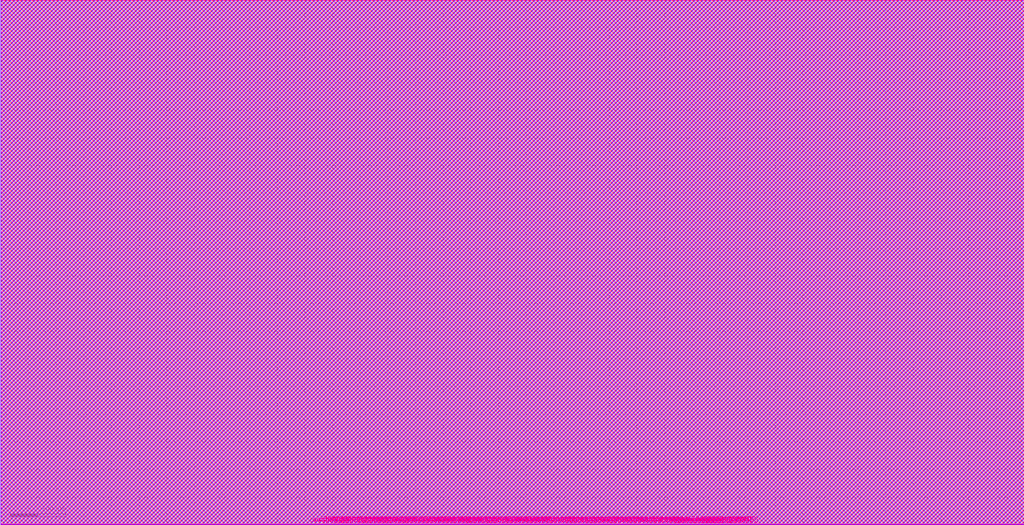
<source format=lef>
##
## LEF for PtnCells ;
## created by Innovus v15.23-s045_1 on Fri Mar 21 07:41:05 2025
##

VERSION 5.8 ;

BUSBITCHARS "[]" ;
DIVIDERCHAR "/" ;

MACRO core
  CLASS BLOCK ;
  SIZE 1850.0000 BY 950.0000 ;
  FOREIGN core 0.0000 0.0000 ;
  ORIGIN 0 0 ;
  SYMMETRY X Y R90 ;
  PIN clk
    DIRECTION INPUT ;
    USE SIGNAL ;
    PORT
      LAYER M6 ;
        RECT 760.8500 949.4000 760.9500 950.0000 ;
    END
  END clk
  PIN sum_out[23]
    DIRECTION OUTPUT ;
    USE SIGNAL ;
    PORT
      LAYER M6 ;
        RECT 1290.8500 0.0000 1290.9500 0.6000 ;
    END
  END sum_out[23]
  PIN sum_out[22]
    DIRECTION OUTPUT ;
    USE SIGNAL ;
    PORT
      LAYER M6 ;
        RECT 1286.8500 0.0000 1286.9500 0.6000 ;
    END
  END sum_out[22]
  PIN sum_out[21]
    DIRECTION OUTPUT ;
    USE SIGNAL ;
    PORT
      LAYER M6 ;
        RECT 1282.8500 0.0000 1282.9500 0.6000 ;
    END
  END sum_out[21]
  PIN sum_out[20]
    DIRECTION OUTPUT ;
    USE SIGNAL ;
    PORT
      LAYER M6 ;
        RECT 1278.8500 0.0000 1278.9500 0.6000 ;
    END
  END sum_out[20]
  PIN sum_out[19]
    DIRECTION OUTPUT ;
    USE SIGNAL ;
    PORT
      LAYER M6 ;
        RECT 1274.8500 0.0000 1274.9500 0.6000 ;
    END
  END sum_out[19]
  PIN sum_out[18]
    DIRECTION OUTPUT ;
    USE SIGNAL ;
    PORT
      LAYER M6 ;
        RECT 1270.8500 0.0000 1270.9500 0.6000 ;
    END
  END sum_out[18]
  PIN sum_out[17]
    DIRECTION OUTPUT ;
    USE SIGNAL ;
    PORT
      LAYER M6 ;
        RECT 1266.8500 0.0000 1266.9500 0.6000 ;
    END
  END sum_out[17]
  PIN sum_out[16]
    DIRECTION OUTPUT ;
    USE SIGNAL ;
    PORT
      LAYER M6 ;
        RECT 1262.8500 0.0000 1262.9500 0.6000 ;
    END
  END sum_out[16]
  PIN sum_out[15]
    DIRECTION OUTPUT ;
    USE SIGNAL ;
    PORT
      LAYER M6 ;
        RECT 1258.8500 0.0000 1258.9500 0.6000 ;
    END
  END sum_out[15]
  PIN sum_out[14]
    DIRECTION OUTPUT ;
    USE SIGNAL ;
    PORT
      LAYER M6 ;
        RECT 1254.8500 0.0000 1254.9500 0.6000 ;
    END
  END sum_out[14]
  PIN sum_out[13]
    DIRECTION OUTPUT ;
    USE SIGNAL ;
    PORT
      LAYER M6 ;
        RECT 1250.8500 0.0000 1250.9500 0.6000 ;
    END
  END sum_out[13]
  PIN sum_out[12]
    DIRECTION OUTPUT ;
    USE SIGNAL ;
    PORT
      LAYER M6 ;
        RECT 1246.8500 0.0000 1246.9500 0.6000 ;
    END
  END sum_out[12]
  PIN sum_out[11]
    DIRECTION OUTPUT ;
    USE SIGNAL ;
    PORT
      LAYER M6 ;
        RECT 1242.8500 0.0000 1242.9500 0.6000 ;
    END
  END sum_out[11]
  PIN sum_out[10]
    DIRECTION OUTPUT ;
    USE SIGNAL ;
    PORT
      LAYER M6 ;
        RECT 1238.8500 0.0000 1238.9500 0.6000 ;
    END
  END sum_out[10]
  PIN sum_out[9]
    DIRECTION OUTPUT ;
    USE SIGNAL ;
    PORT
      LAYER M6 ;
        RECT 1234.8500 0.0000 1234.9500 0.6000 ;
    END
  END sum_out[9]
  PIN sum_out[8]
    DIRECTION OUTPUT ;
    USE SIGNAL ;
    PORT
      LAYER M6 ;
        RECT 1230.8500 0.0000 1230.9500 0.6000 ;
    END
  END sum_out[8]
  PIN sum_out[7]
    DIRECTION OUTPUT ;
    USE SIGNAL ;
    PORT
      LAYER M6 ;
        RECT 1226.8500 0.0000 1226.9500 0.6000 ;
    END
  END sum_out[7]
  PIN sum_out[6]
    DIRECTION OUTPUT ;
    USE SIGNAL ;
    PORT
      LAYER M6 ;
        RECT 1222.8500 0.0000 1222.9500 0.6000 ;
    END
  END sum_out[6]
  PIN sum_out[5]
    DIRECTION OUTPUT ;
    USE SIGNAL ;
    PORT
      LAYER M6 ;
        RECT 1218.8500 0.0000 1218.9500 0.6000 ;
    END
  END sum_out[5]
  PIN sum_out[4]
    DIRECTION OUTPUT ;
    USE SIGNAL ;
    PORT
      LAYER M6 ;
        RECT 1214.8500 0.0000 1214.9500 0.6000 ;
    END
  END sum_out[4]
  PIN sum_out[3]
    DIRECTION OUTPUT ;
    USE SIGNAL ;
    PORT
      LAYER M6 ;
        RECT 1210.8500 0.0000 1210.9500 0.6000 ;
    END
  END sum_out[3]
  PIN sum_out[2]
    DIRECTION OUTPUT ;
    USE SIGNAL ;
    PORT
      LAYER M6 ;
        RECT 1206.8500 0.0000 1206.9500 0.6000 ;
    END
  END sum_out[2]
  PIN sum_out[1]
    DIRECTION OUTPUT ;
    USE SIGNAL ;
    PORT
      LAYER M6 ;
        RECT 1202.8500 0.0000 1202.9500 0.6000 ;
    END
  END sum_out[1]
  PIN sum_out[0]
    DIRECTION OUTPUT ;
    USE SIGNAL ;
    PORT
      LAYER M6 ;
        RECT 1198.8500 0.0000 1198.9500 0.6000 ;
    END
  END sum_out[0]
  PIN mem_in[63]
    DIRECTION INPUT ;
    USE SIGNAL ;
    PORT
      LAYER M6 ;
        RECT 1084.8500 949.4000 1084.9500 950.0000 ;
    END
  END mem_in[63]
  PIN mem_in[62]
    DIRECTION INPUT ;
    USE SIGNAL ;
    PORT
      LAYER M6 ;
        RECT 1080.8500 949.4000 1080.9500 950.0000 ;
    END
  END mem_in[62]
  PIN mem_in[61]
    DIRECTION INPUT ;
    USE SIGNAL ;
    PORT
      LAYER M6 ;
        RECT 1076.8500 949.4000 1076.9500 950.0000 ;
    END
  END mem_in[61]
  PIN mem_in[60]
    DIRECTION INPUT ;
    USE SIGNAL ;
    PORT
      LAYER M6 ;
        RECT 1072.8500 949.4000 1072.9500 950.0000 ;
    END
  END mem_in[60]
  PIN mem_in[59]
    DIRECTION INPUT ;
    USE SIGNAL ;
    PORT
      LAYER M6 ;
        RECT 1068.8500 949.4000 1068.9500 950.0000 ;
    END
  END mem_in[59]
  PIN mem_in[58]
    DIRECTION INPUT ;
    USE SIGNAL ;
    PORT
      LAYER M6 ;
        RECT 1064.8500 949.4000 1064.9500 950.0000 ;
    END
  END mem_in[58]
  PIN mem_in[57]
    DIRECTION INPUT ;
    USE SIGNAL ;
    PORT
      LAYER M6 ;
        RECT 1060.8500 949.4000 1060.9500 950.0000 ;
    END
  END mem_in[57]
  PIN mem_in[56]
    DIRECTION INPUT ;
    USE SIGNAL ;
    PORT
      LAYER M6 ;
        RECT 1056.8500 949.4000 1056.9500 950.0000 ;
    END
  END mem_in[56]
  PIN mem_in[55]
    DIRECTION INPUT ;
    USE SIGNAL ;
    PORT
      LAYER M6 ;
        RECT 1052.8500 949.4000 1052.9500 950.0000 ;
    END
  END mem_in[55]
  PIN mem_in[54]
    DIRECTION INPUT ;
    USE SIGNAL ;
    PORT
      LAYER M6 ;
        RECT 1048.8500 949.4000 1048.9500 950.0000 ;
    END
  END mem_in[54]
  PIN mem_in[53]
    DIRECTION INPUT ;
    USE SIGNAL ;
    PORT
      LAYER M6 ;
        RECT 1044.8500 949.4000 1044.9500 950.0000 ;
    END
  END mem_in[53]
  PIN mem_in[52]
    DIRECTION INPUT ;
    USE SIGNAL ;
    PORT
      LAYER M6 ;
        RECT 1040.8500 949.4000 1040.9500 950.0000 ;
    END
  END mem_in[52]
  PIN mem_in[51]
    DIRECTION INPUT ;
    USE SIGNAL ;
    PORT
      LAYER M6 ;
        RECT 1036.8500 949.4000 1036.9500 950.0000 ;
    END
  END mem_in[51]
  PIN mem_in[50]
    DIRECTION INPUT ;
    USE SIGNAL ;
    PORT
      LAYER M6 ;
        RECT 1032.8500 949.4000 1032.9500 950.0000 ;
    END
  END mem_in[50]
  PIN mem_in[49]
    DIRECTION INPUT ;
    USE SIGNAL ;
    PORT
      LAYER M6 ;
        RECT 1028.8500 949.4000 1028.9500 950.0000 ;
    END
  END mem_in[49]
  PIN mem_in[48]
    DIRECTION INPUT ;
    USE SIGNAL ;
    PORT
      LAYER M6 ;
        RECT 1024.8500 949.4000 1024.9500 950.0000 ;
    END
  END mem_in[48]
  PIN mem_in[47]
    DIRECTION INPUT ;
    USE SIGNAL ;
    PORT
      LAYER M6 ;
        RECT 1020.8500 949.4000 1020.9500 950.0000 ;
    END
  END mem_in[47]
  PIN mem_in[46]
    DIRECTION INPUT ;
    USE SIGNAL ;
    PORT
      LAYER M6 ;
        RECT 1016.8500 949.4000 1016.9500 950.0000 ;
    END
  END mem_in[46]
  PIN mem_in[45]
    DIRECTION INPUT ;
    USE SIGNAL ;
    PORT
      LAYER M6 ;
        RECT 1012.8500 949.4000 1012.9500 950.0000 ;
    END
  END mem_in[45]
  PIN mem_in[44]
    DIRECTION INPUT ;
    USE SIGNAL ;
    PORT
      LAYER M6 ;
        RECT 1008.8500 949.4000 1008.9500 950.0000 ;
    END
  END mem_in[44]
  PIN mem_in[43]
    DIRECTION INPUT ;
    USE SIGNAL ;
    PORT
      LAYER M6 ;
        RECT 1004.8500 949.4000 1004.9500 950.0000 ;
    END
  END mem_in[43]
  PIN mem_in[42]
    DIRECTION INPUT ;
    USE SIGNAL ;
    PORT
      LAYER M6 ;
        RECT 1000.8500 949.4000 1000.9500 950.0000 ;
    END
  END mem_in[42]
  PIN mem_in[41]
    DIRECTION INPUT ;
    USE SIGNAL ;
    PORT
      LAYER M6 ;
        RECT 996.8500 949.4000 996.9500 950.0000 ;
    END
  END mem_in[41]
  PIN mem_in[40]
    DIRECTION INPUT ;
    USE SIGNAL ;
    PORT
      LAYER M6 ;
        RECT 992.8500 949.4000 992.9500 950.0000 ;
    END
  END mem_in[40]
  PIN mem_in[39]
    DIRECTION INPUT ;
    USE SIGNAL ;
    PORT
      LAYER M6 ;
        RECT 988.8500 949.4000 988.9500 950.0000 ;
    END
  END mem_in[39]
  PIN mem_in[38]
    DIRECTION INPUT ;
    USE SIGNAL ;
    PORT
      LAYER M6 ;
        RECT 984.8500 949.4000 984.9500 950.0000 ;
    END
  END mem_in[38]
  PIN mem_in[37]
    DIRECTION INPUT ;
    USE SIGNAL ;
    PORT
      LAYER M6 ;
        RECT 980.8500 949.4000 980.9500 950.0000 ;
    END
  END mem_in[37]
  PIN mem_in[36]
    DIRECTION INPUT ;
    USE SIGNAL ;
    PORT
      LAYER M6 ;
        RECT 976.8500 949.4000 976.9500 950.0000 ;
    END
  END mem_in[36]
  PIN mem_in[35]
    DIRECTION INPUT ;
    USE SIGNAL ;
    PORT
      LAYER M6 ;
        RECT 972.8500 949.4000 972.9500 950.0000 ;
    END
  END mem_in[35]
  PIN mem_in[34]
    DIRECTION INPUT ;
    USE SIGNAL ;
    PORT
      LAYER M6 ;
        RECT 968.8500 949.4000 968.9500 950.0000 ;
    END
  END mem_in[34]
  PIN mem_in[33]
    DIRECTION INPUT ;
    USE SIGNAL ;
    PORT
      LAYER M6 ;
        RECT 964.8500 949.4000 964.9500 950.0000 ;
    END
  END mem_in[33]
  PIN mem_in[32]
    DIRECTION INPUT ;
    USE SIGNAL ;
    PORT
      LAYER M6 ;
        RECT 960.8500 949.4000 960.9500 950.0000 ;
    END
  END mem_in[32]
  PIN mem_in[31]
    DIRECTION INPUT ;
    USE SIGNAL ;
    PORT
      LAYER M6 ;
        RECT 956.8500 949.4000 956.9500 950.0000 ;
    END
  END mem_in[31]
  PIN mem_in[30]
    DIRECTION INPUT ;
    USE SIGNAL ;
    PORT
      LAYER M6 ;
        RECT 952.8500 949.4000 952.9500 950.0000 ;
    END
  END mem_in[30]
  PIN mem_in[29]
    DIRECTION INPUT ;
    USE SIGNAL ;
    PORT
      LAYER M6 ;
        RECT 948.8500 949.4000 948.9500 950.0000 ;
    END
  END mem_in[29]
  PIN mem_in[28]
    DIRECTION INPUT ;
    USE SIGNAL ;
    PORT
      LAYER M6 ;
        RECT 944.8500 949.4000 944.9500 950.0000 ;
    END
  END mem_in[28]
  PIN mem_in[27]
    DIRECTION INPUT ;
    USE SIGNAL ;
    PORT
      LAYER M6 ;
        RECT 940.8500 949.4000 940.9500 950.0000 ;
    END
  END mem_in[27]
  PIN mem_in[26]
    DIRECTION INPUT ;
    USE SIGNAL ;
    PORT
      LAYER M6 ;
        RECT 936.8500 949.4000 936.9500 950.0000 ;
    END
  END mem_in[26]
  PIN mem_in[25]
    DIRECTION INPUT ;
    USE SIGNAL ;
    PORT
      LAYER M6 ;
        RECT 932.8500 949.4000 932.9500 950.0000 ;
    END
  END mem_in[25]
  PIN mem_in[24]
    DIRECTION INPUT ;
    USE SIGNAL ;
    PORT
      LAYER M6 ;
        RECT 928.8500 949.4000 928.9500 950.0000 ;
    END
  END mem_in[24]
  PIN mem_in[23]
    DIRECTION INPUT ;
    USE SIGNAL ;
    PORT
      LAYER M6 ;
        RECT 924.8500 949.4000 924.9500 950.0000 ;
    END
  END mem_in[23]
  PIN mem_in[22]
    DIRECTION INPUT ;
    USE SIGNAL ;
    PORT
      LAYER M6 ;
        RECT 920.8500 949.4000 920.9500 950.0000 ;
    END
  END mem_in[22]
  PIN mem_in[21]
    DIRECTION INPUT ;
    USE SIGNAL ;
    PORT
      LAYER M6 ;
        RECT 916.8500 949.4000 916.9500 950.0000 ;
    END
  END mem_in[21]
  PIN mem_in[20]
    DIRECTION INPUT ;
    USE SIGNAL ;
    PORT
      LAYER M6 ;
        RECT 912.8500 949.4000 912.9500 950.0000 ;
    END
  END mem_in[20]
  PIN mem_in[19]
    DIRECTION INPUT ;
    USE SIGNAL ;
    PORT
      LAYER M6 ;
        RECT 908.8500 949.4000 908.9500 950.0000 ;
    END
  END mem_in[19]
  PIN mem_in[18]
    DIRECTION INPUT ;
    USE SIGNAL ;
    PORT
      LAYER M6 ;
        RECT 904.8500 949.4000 904.9500 950.0000 ;
    END
  END mem_in[18]
  PIN mem_in[17]
    DIRECTION INPUT ;
    USE SIGNAL ;
    PORT
      LAYER M6 ;
        RECT 900.8500 949.4000 900.9500 950.0000 ;
    END
  END mem_in[17]
  PIN mem_in[16]
    DIRECTION INPUT ;
    USE SIGNAL ;
    PORT
      LAYER M6 ;
        RECT 896.8500 949.4000 896.9500 950.0000 ;
    END
  END mem_in[16]
  PIN mem_in[15]
    DIRECTION INPUT ;
    USE SIGNAL ;
    PORT
      LAYER M6 ;
        RECT 892.8500 949.4000 892.9500 950.0000 ;
    END
  END mem_in[15]
  PIN mem_in[14]
    DIRECTION INPUT ;
    USE SIGNAL ;
    PORT
      LAYER M6 ;
        RECT 888.8500 949.4000 888.9500 950.0000 ;
    END
  END mem_in[14]
  PIN mem_in[13]
    DIRECTION INPUT ;
    USE SIGNAL ;
    PORT
      LAYER M6 ;
        RECT 884.8500 949.4000 884.9500 950.0000 ;
    END
  END mem_in[13]
  PIN mem_in[12]
    DIRECTION INPUT ;
    USE SIGNAL ;
    PORT
      LAYER M6 ;
        RECT 880.8500 949.4000 880.9500 950.0000 ;
    END
  END mem_in[12]
  PIN mem_in[11]
    DIRECTION INPUT ;
    USE SIGNAL ;
    PORT
      LAYER M6 ;
        RECT 876.8500 949.4000 876.9500 950.0000 ;
    END
  END mem_in[11]
  PIN mem_in[10]
    DIRECTION INPUT ;
    USE SIGNAL ;
    PORT
      LAYER M6 ;
        RECT 872.8500 949.4000 872.9500 950.0000 ;
    END
  END mem_in[10]
  PIN mem_in[9]
    DIRECTION INPUT ;
    USE SIGNAL ;
    PORT
      LAYER M6 ;
        RECT 868.8500 949.4000 868.9500 950.0000 ;
    END
  END mem_in[9]
  PIN mem_in[8]
    DIRECTION INPUT ;
    USE SIGNAL ;
    PORT
      LAYER M6 ;
        RECT 864.8500 949.4000 864.9500 950.0000 ;
    END
  END mem_in[8]
  PIN mem_in[7]
    DIRECTION INPUT ;
    USE SIGNAL ;
    PORT
      LAYER M6 ;
        RECT 860.8500 949.4000 860.9500 950.0000 ;
    END
  END mem_in[7]
  PIN mem_in[6]
    DIRECTION INPUT ;
    USE SIGNAL ;
    PORT
      LAYER M6 ;
        RECT 856.8500 949.4000 856.9500 950.0000 ;
    END
  END mem_in[6]
  PIN mem_in[5]
    DIRECTION INPUT ;
    USE SIGNAL ;
    PORT
      LAYER M6 ;
        RECT 852.8500 949.4000 852.9500 950.0000 ;
    END
  END mem_in[5]
  PIN mem_in[4]
    DIRECTION INPUT ;
    USE SIGNAL ;
    PORT
      LAYER M6 ;
        RECT 848.8500 949.4000 848.9500 950.0000 ;
    END
  END mem_in[4]
  PIN mem_in[3]
    DIRECTION INPUT ;
    USE SIGNAL ;
    PORT
      LAYER M6 ;
        RECT 844.8500 949.4000 844.9500 950.0000 ;
    END
  END mem_in[3]
  PIN mem_in[2]
    DIRECTION INPUT ;
    USE SIGNAL ;
    PORT
      LAYER M6 ;
        RECT 840.8500 949.4000 840.9500 950.0000 ;
    END
  END mem_in[2]
  PIN mem_in[1]
    DIRECTION INPUT ;
    USE SIGNAL ;
    PORT
      LAYER M6 ;
        RECT 836.8500 949.4000 836.9500 950.0000 ;
    END
  END mem_in[1]
  PIN mem_in[0]
    DIRECTION INPUT ;
    USE SIGNAL ;
    PORT
      LAYER M6 ;
        RECT 832.8500 949.4000 832.9500 950.0000 ;
    END
  END mem_in[0]
  PIN out[159]
    DIRECTION OUTPUT ;
    USE SIGNAL ;
    PORT
      LAYER M6 ;
        RECT 1194.8500 0.0000 1194.9500 0.6000 ;
    END
  END out[159]
  PIN out[158]
    DIRECTION OUTPUT ;
    USE SIGNAL ;
    PORT
      LAYER M6 ;
        RECT 1190.8500 0.0000 1190.9500 0.6000 ;
    END
  END out[158]
  PIN out[157]
    DIRECTION OUTPUT ;
    USE SIGNAL ;
    PORT
      LAYER M6 ;
        RECT 1186.8500 0.0000 1186.9500 0.6000 ;
    END
  END out[157]
  PIN out[156]
    DIRECTION OUTPUT ;
    USE SIGNAL ;
    PORT
      LAYER M6 ;
        RECT 1182.8500 0.0000 1182.9500 0.6000 ;
    END
  END out[156]
  PIN out[155]
    DIRECTION OUTPUT ;
    USE SIGNAL ;
    PORT
      LAYER M6 ;
        RECT 1178.8500 0.0000 1178.9500 0.6000 ;
    END
  END out[155]
  PIN out[154]
    DIRECTION OUTPUT ;
    USE SIGNAL ;
    PORT
      LAYER M6 ;
        RECT 1174.8500 0.0000 1174.9500 0.6000 ;
    END
  END out[154]
  PIN out[153]
    DIRECTION OUTPUT ;
    USE SIGNAL ;
    PORT
      LAYER M6 ;
        RECT 1170.8500 0.0000 1170.9500 0.6000 ;
    END
  END out[153]
  PIN out[152]
    DIRECTION OUTPUT ;
    USE SIGNAL ;
    PORT
      LAYER M6 ;
        RECT 1166.8500 0.0000 1166.9500 0.6000 ;
    END
  END out[152]
  PIN out[151]
    DIRECTION OUTPUT ;
    USE SIGNAL ;
    PORT
      LAYER M6 ;
        RECT 1162.8500 0.0000 1162.9500 0.6000 ;
    END
  END out[151]
  PIN out[150]
    DIRECTION OUTPUT ;
    USE SIGNAL ;
    PORT
      LAYER M6 ;
        RECT 1158.8500 0.0000 1158.9500 0.6000 ;
    END
  END out[150]
  PIN out[149]
    DIRECTION OUTPUT ;
    USE SIGNAL ;
    PORT
      LAYER M6 ;
        RECT 1154.8500 0.0000 1154.9500 0.6000 ;
    END
  END out[149]
  PIN out[148]
    DIRECTION OUTPUT ;
    USE SIGNAL ;
    PORT
      LAYER M6 ;
        RECT 1150.8500 0.0000 1150.9500 0.6000 ;
    END
  END out[148]
  PIN out[147]
    DIRECTION OUTPUT ;
    USE SIGNAL ;
    PORT
      LAYER M6 ;
        RECT 1146.8500 0.0000 1146.9500 0.6000 ;
    END
  END out[147]
  PIN out[146]
    DIRECTION OUTPUT ;
    USE SIGNAL ;
    PORT
      LAYER M6 ;
        RECT 1142.8500 0.0000 1142.9500 0.6000 ;
    END
  END out[146]
  PIN out[145]
    DIRECTION OUTPUT ;
    USE SIGNAL ;
    PORT
      LAYER M6 ;
        RECT 1138.8500 0.0000 1138.9500 0.6000 ;
    END
  END out[145]
  PIN out[144]
    DIRECTION OUTPUT ;
    USE SIGNAL ;
    PORT
      LAYER M6 ;
        RECT 1134.8500 0.0000 1134.9500 0.6000 ;
    END
  END out[144]
  PIN out[143]
    DIRECTION OUTPUT ;
    USE SIGNAL ;
    PORT
      LAYER M6 ;
        RECT 1130.8500 0.0000 1130.9500 0.6000 ;
    END
  END out[143]
  PIN out[142]
    DIRECTION OUTPUT ;
    USE SIGNAL ;
    PORT
      LAYER M6 ;
        RECT 1126.8500 0.0000 1126.9500 0.6000 ;
    END
  END out[142]
  PIN out[141]
    DIRECTION OUTPUT ;
    USE SIGNAL ;
    PORT
      LAYER M6 ;
        RECT 1122.8500 0.0000 1122.9500 0.6000 ;
    END
  END out[141]
  PIN out[140]
    DIRECTION OUTPUT ;
    USE SIGNAL ;
    PORT
      LAYER M6 ;
        RECT 1118.8500 0.0000 1118.9500 0.6000 ;
    END
  END out[140]
  PIN out[139]
    DIRECTION OUTPUT ;
    USE SIGNAL ;
    PORT
      LAYER M6 ;
        RECT 1114.8500 0.0000 1114.9500 0.6000 ;
    END
  END out[139]
  PIN out[138]
    DIRECTION OUTPUT ;
    USE SIGNAL ;
    PORT
      LAYER M6 ;
        RECT 1110.8500 0.0000 1110.9500 0.6000 ;
    END
  END out[138]
  PIN out[137]
    DIRECTION OUTPUT ;
    USE SIGNAL ;
    PORT
      LAYER M6 ;
        RECT 1106.8500 0.0000 1106.9500 0.6000 ;
    END
  END out[137]
  PIN out[136]
    DIRECTION OUTPUT ;
    USE SIGNAL ;
    PORT
      LAYER M6 ;
        RECT 1102.8500 0.0000 1102.9500 0.6000 ;
    END
  END out[136]
  PIN out[135]
    DIRECTION OUTPUT ;
    USE SIGNAL ;
    PORT
      LAYER M6 ;
        RECT 1098.8500 0.0000 1098.9500 0.6000 ;
    END
  END out[135]
  PIN out[134]
    DIRECTION OUTPUT ;
    USE SIGNAL ;
    PORT
      LAYER M6 ;
        RECT 1094.8500 0.0000 1094.9500 0.6000 ;
    END
  END out[134]
  PIN out[133]
    DIRECTION OUTPUT ;
    USE SIGNAL ;
    PORT
      LAYER M6 ;
        RECT 1090.8500 0.0000 1090.9500 0.6000 ;
    END
  END out[133]
  PIN out[132]
    DIRECTION OUTPUT ;
    USE SIGNAL ;
    PORT
      LAYER M6 ;
        RECT 1086.8500 0.0000 1086.9500 0.6000 ;
    END
  END out[132]
  PIN out[131]
    DIRECTION OUTPUT ;
    USE SIGNAL ;
    PORT
      LAYER M6 ;
        RECT 1082.8500 0.0000 1082.9500 0.6000 ;
    END
  END out[131]
  PIN out[130]
    DIRECTION OUTPUT ;
    USE SIGNAL ;
    PORT
      LAYER M6 ;
        RECT 1078.8500 0.0000 1078.9500 0.6000 ;
    END
  END out[130]
  PIN out[129]
    DIRECTION OUTPUT ;
    USE SIGNAL ;
    PORT
      LAYER M6 ;
        RECT 1074.8500 0.0000 1074.9500 0.6000 ;
    END
  END out[129]
  PIN out[128]
    DIRECTION OUTPUT ;
    USE SIGNAL ;
    PORT
      LAYER M6 ;
        RECT 1070.8500 0.0000 1070.9500 0.6000 ;
    END
  END out[128]
  PIN out[127]
    DIRECTION OUTPUT ;
    USE SIGNAL ;
    PORT
      LAYER M6 ;
        RECT 1066.8500 0.0000 1066.9500 0.6000 ;
    END
  END out[127]
  PIN out[126]
    DIRECTION OUTPUT ;
    USE SIGNAL ;
    PORT
      LAYER M6 ;
        RECT 1062.8500 0.0000 1062.9500 0.6000 ;
    END
  END out[126]
  PIN out[125]
    DIRECTION OUTPUT ;
    USE SIGNAL ;
    PORT
      LAYER M6 ;
        RECT 1058.8500 0.0000 1058.9500 0.6000 ;
    END
  END out[125]
  PIN out[124]
    DIRECTION OUTPUT ;
    USE SIGNAL ;
    PORT
      LAYER M6 ;
        RECT 1054.8500 0.0000 1054.9500 0.6000 ;
    END
  END out[124]
  PIN out[123]
    DIRECTION OUTPUT ;
    USE SIGNAL ;
    PORT
      LAYER M6 ;
        RECT 1050.8500 0.0000 1050.9500 0.6000 ;
    END
  END out[123]
  PIN out[122]
    DIRECTION OUTPUT ;
    USE SIGNAL ;
    PORT
      LAYER M6 ;
        RECT 1046.8500 0.0000 1046.9500 0.6000 ;
    END
  END out[122]
  PIN out[121]
    DIRECTION OUTPUT ;
    USE SIGNAL ;
    PORT
      LAYER M6 ;
        RECT 1042.8500 0.0000 1042.9500 0.6000 ;
    END
  END out[121]
  PIN out[120]
    DIRECTION OUTPUT ;
    USE SIGNAL ;
    PORT
      LAYER M6 ;
        RECT 1038.8500 0.0000 1038.9500 0.6000 ;
    END
  END out[120]
  PIN out[119]
    DIRECTION OUTPUT ;
    USE SIGNAL ;
    PORT
      LAYER M6 ;
        RECT 1034.8500 0.0000 1034.9500 0.6000 ;
    END
  END out[119]
  PIN out[118]
    DIRECTION OUTPUT ;
    USE SIGNAL ;
    PORT
      LAYER M6 ;
        RECT 1030.8500 0.0000 1030.9500 0.6000 ;
    END
  END out[118]
  PIN out[117]
    DIRECTION OUTPUT ;
    USE SIGNAL ;
    PORT
      LAYER M6 ;
        RECT 1026.8500 0.0000 1026.9500 0.6000 ;
    END
  END out[117]
  PIN out[116]
    DIRECTION OUTPUT ;
    USE SIGNAL ;
    PORT
      LAYER M6 ;
        RECT 1022.8500 0.0000 1022.9500 0.6000 ;
    END
  END out[116]
  PIN out[115]
    DIRECTION OUTPUT ;
    USE SIGNAL ;
    PORT
      LAYER M6 ;
        RECT 1018.8500 0.0000 1018.9500 0.6000 ;
    END
  END out[115]
  PIN out[114]
    DIRECTION OUTPUT ;
    USE SIGNAL ;
    PORT
      LAYER M6 ;
        RECT 1014.8500 0.0000 1014.9500 0.6000 ;
    END
  END out[114]
  PIN out[113]
    DIRECTION OUTPUT ;
    USE SIGNAL ;
    PORT
      LAYER M6 ;
        RECT 1010.8500 0.0000 1010.9500 0.6000 ;
    END
  END out[113]
  PIN out[112]
    DIRECTION OUTPUT ;
    USE SIGNAL ;
    PORT
      LAYER M6 ;
        RECT 1006.8500 0.0000 1006.9500 0.6000 ;
    END
  END out[112]
  PIN out[111]
    DIRECTION OUTPUT ;
    USE SIGNAL ;
    PORT
      LAYER M6 ;
        RECT 1002.8500 0.0000 1002.9500 0.6000 ;
    END
  END out[111]
  PIN out[110]
    DIRECTION OUTPUT ;
    USE SIGNAL ;
    PORT
      LAYER M6 ;
        RECT 998.8500 0.0000 998.9500 0.6000 ;
    END
  END out[110]
  PIN out[109]
    DIRECTION OUTPUT ;
    USE SIGNAL ;
    PORT
      LAYER M6 ;
        RECT 994.8500 0.0000 994.9500 0.6000 ;
    END
  END out[109]
  PIN out[108]
    DIRECTION OUTPUT ;
    USE SIGNAL ;
    PORT
      LAYER M6 ;
        RECT 990.8500 0.0000 990.9500 0.6000 ;
    END
  END out[108]
  PIN out[107]
    DIRECTION OUTPUT ;
    USE SIGNAL ;
    PORT
      LAYER M6 ;
        RECT 986.8500 0.0000 986.9500 0.6000 ;
    END
  END out[107]
  PIN out[106]
    DIRECTION OUTPUT ;
    USE SIGNAL ;
    PORT
      LAYER M6 ;
        RECT 982.8500 0.0000 982.9500 0.6000 ;
    END
  END out[106]
  PIN out[105]
    DIRECTION OUTPUT ;
    USE SIGNAL ;
    PORT
      LAYER M6 ;
        RECT 978.8500 0.0000 978.9500 0.6000 ;
    END
  END out[105]
  PIN out[104]
    DIRECTION OUTPUT ;
    USE SIGNAL ;
    PORT
      LAYER M6 ;
        RECT 974.8500 0.0000 974.9500 0.6000 ;
    END
  END out[104]
  PIN out[103]
    DIRECTION OUTPUT ;
    USE SIGNAL ;
    PORT
      LAYER M6 ;
        RECT 970.8500 0.0000 970.9500 0.6000 ;
    END
  END out[103]
  PIN out[102]
    DIRECTION OUTPUT ;
    USE SIGNAL ;
    PORT
      LAYER M6 ;
        RECT 966.8500 0.0000 966.9500 0.6000 ;
    END
  END out[102]
  PIN out[101]
    DIRECTION OUTPUT ;
    USE SIGNAL ;
    PORT
      LAYER M6 ;
        RECT 962.8500 0.0000 962.9500 0.6000 ;
    END
  END out[101]
  PIN out[100]
    DIRECTION OUTPUT ;
    USE SIGNAL ;
    PORT
      LAYER M6 ;
        RECT 958.8500 0.0000 958.9500 0.6000 ;
    END
  END out[100]
  PIN out[99]
    DIRECTION OUTPUT ;
    USE SIGNAL ;
    PORT
      LAYER M6 ;
        RECT 954.8500 0.0000 954.9500 0.6000 ;
    END
  END out[99]
  PIN out[98]
    DIRECTION OUTPUT ;
    USE SIGNAL ;
    PORT
      LAYER M6 ;
        RECT 950.8500 0.0000 950.9500 0.6000 ;
    END
  END out[98]
  PIN out[97]
    DIRECTION OUTPUT ;
    USE SIGNAL ;
    PORT
      LAYER M6 ;
        RECT 946.8500 0.0000 946.9500 0.6000 ;
    END
  END out[97]
  PIN out[96]
    DIRECTION OUTPUT ;
    USE SIGNAL ;
    PORT
      LAYER M6 ;
        RECT 942.8500 0.0000 942.9500 0.6000 ;
    END
  END out[96]
  PIN out[95]
    DIRECTION OUTPUT ;
    USE SIGNAL ;
    PORT
      LAYER M6 ;
        RECT 938.8500 0.0000 938.9500 0.6000 ;
    END
  END out[95]
  PIN out[94]
    DIRECTION OUTPUT ;
    USE SIGNAL ;
    PORT
      LAYER M6 ;
        RECT 934.8500 0.0000 934.9500 0.6000 ;
    END
  END out[94]
  PIN out[93]
    DIRECTION OUTPUT ;
    USE SIGNAL ;
    PORT
      LAYER M6 ;
        RECT 930.8500 0.0000 930.9500 0.6000 ;
    END
  END out[93]
  PIN out[92]
    DIRECTION OUTPUT ;
    USE SIGNAL ;
    PORT
      LAYER M6 ;
        RECT 926.8500 0.0000 926.9500 0.6000 ;
    END
  END out[92]
  PIN out[91]
    DIRECTION OUTPUT ;
    USE SIGNAL ;
    PORT
      LAYER M6 ;
        RECT 922.8500 0.0000 922.9500 0.6000 ;
    END
  END out[91]
  PIN out[90]
    DIRECTION OUTPUT ;
    USE SIGNAL ;
    PORT
      LAYER M6 ;
        RECT 918.8500 0.0000 918.9500 0.6000 ;
    END
  END out[90]
  PIN out[89]
    DIRECTION OUTPUT ;
    USE SIGNAL ;
    PORT
      LAYER M6 ;
        RECT 914.8500 0.0000 914.9500 0.6000 ;
    END
  END out[89]
  PIN out[88]
    DIRECTION OUTPUT ;
    USE SIGNAL ;
    PORT
      LAYER M6 ;
        RECT 910.8500 0.0000 910.9500 0.6000 ;
    END
  END out[88]
  PIN out[87]
    DIRECTION OUTPUT ;
    USE SIGNAL ;
    PORT
      LAYER M6 ;
        RECT 906.8500 0.0000 906.9500 0.6000 ;
    END
  END out[87]
  PIN out[86]
    DIRECTION OUTPUT ;
    USE SIGNAL ;
    PORT
      LAYER M6 ;
        RECT 902.8500 0.0000 902.9500 0.6000 ;
    END
  END out[86]
  PIN out[85]
    DIRECTION OUTPUT ;
    USE SIGNAL ;
    PORT
      LAYER M6 ;
        RECT 898.8500 0.0000 898.9500 0.6000 ;
    END
  END out[85]
  PIN out[84]
    DIRECTION OUTPUT ;
    USE SIGNAL ;
    PORT
      LAYER M6 ;
        RECT 894.8500 0.0000 894.9500 0.6000 ;
    END
  END out[84]
  PIN out[83]
    DIRECTION OUTPUT ;
    USE SIGNAL ;
    PORT
      LAYER M6 ;
        RECT 890.8500 0.0000 890.9500 0.6000 ;
    END
  END out[83]
  PIN out[82]
    DIRECTION OUTPUT ;
    USE SIGNAL ;
    PORT
      LAYER M6 ;
        RECT 886.8500 0.0000 886.9500 0.6000 ;
    END
  END out[82]
  PIN out[81]
    DIRECTION OUTPUT ;
    USE SIGNAL ;
    PORT
      LAYER M6 ;
        RECT 882.8500 0.0000 882.9500 0.6000 ;
    END
  END out[81]
  PIN out[80]
    DIRECTION OUTPUT ;
    USE SIGNAL ;
    PORT
      LAYER M6 ;
        RECT 878.8500 0.0000 878.9500 0.6000 ;
    END
  END out[80]
  PIN out[79]
    DIRECTION OUTPUT ;
    USE SIGNAL ;
    PORT
      LAYER M6 ;
        RECT 874.8500 0.0000 874.9500 0.6000 ;
    END
  END out[79]
  PIN out[78]
    DIRECTION OUTPUT ;
    USE SIGNAL ;
    PORT
      LAYER M6 ;
        RECT 870.8500 0.0000 870.9500 0.6000 ;
    END
  END out[78]
  PIN out[77]
    DIRECTION OUTPUT ;
    USE SIGNAL ;
    PORT
      LAYER M6 ;
        RECT 866.8500 0.0000 866.9500 0.6000 ;
    END
  END out[77]
  PIN out[76]
    DIRECTION OUTPUT ;
    USE SIGNAL ;
    PORT
      LAYER M6 ;
        RECT 862.8500 0.0000 862.9500 0.6000 ;
    END
  END out[76]
  PIN out[75]
    DIRECTION OUTPUT ;
    USE SIGNAL ;
    PORT
      LAYER M6 ;
        RECT 858.8500 0.0000 858.9500 0.6000 ;
    END
  END out[75]
  PIN out[74]
    DIRECTION OUTPUT ;
    USE SIGNAL ;
    PORT
      LAYER M6 ;
        RECT 854.8500 0.0000 854.9500 0.6000 ;
    END
  END out[74]
  PIN out[73]
    DIRECTION OUTPUT ;
    USE SIGNAL ;
    PORT
      LAYER M6 ;
        RECT 850.8500 0.0000 850.9500 0.6000 ;
    END
  END out[73]
  PIN out[72]
    DIRECTION OUTPUT ;
    USE SIGNAL ;
    PORT
      LAYER M6 ;
        RECT 846.8500 0.0000 846.9500 0.6000 ;
    END
  END out[72]
  PIN out[71]
    DIRECTION OUTPUT ;
    USE SIGNAL ;
    PORT
      LAYER M6 ;
        RECT 842.8500 0.0000 842.9500 0.6000 ;
    END
  END out[71]
  PIN out[70]
    DIRECTION OUTPUT ;
    USE SIGNAL ;
    PORT
      LAYER M6 ;
        RECT 838.8500 0.0000 838.9500 0.6000 ;
    END
  END out[70]
  PIN out[69]
    DIRECTION OUTPUT ;
    USE SIGNAL ;
    PORT
      LAYER M6 ;
        RECT 834.8500 0.0000 834.9500 0.6000 ;
    END
  END out[69]
  PIN out[68]
    DIRECTION OUTPUT ;
    USE SIGNAL ;
    PORT
      LAYER M6 ;
        RECT 830.8500 0.0000 830.9500 0.6000 ;
    END
  END out[68]
  PIN out[67]
    DIRECTION OUTPUT ;
    USE SIGNAL ;
    PORT
      LAYER M6 ;
        RECT 826.8500 0.0000 826.9500 0.6000 ;
    END
  END out[67]
  PIN out[66]
    DIRECTION OUTPUT ;
    USE SIGNAL ;
    PORT
      LAYER M6 ;
        RECT 822.8500 0.0000 822.9500 0.6000 ;
    END
  END out[66]
  PIN out[65]
    DIRECTION OUTPUT ;
    USE SIGNAL ;
    PORT
      LAYER M6 ;
        RECT 818.8500 0.0000 818.9500 0.6000 ;
    END
  END out[65]
  PIN out[64]
    DIRECTION OUTPUT ;
    USE SIGNAL ;
    PORT
      LAYER M6 ;
        RECT 814.8500 0.0000 814.9500 0.6000 ;
    END
  END out[64]
  PIN out[63]
    DIRECTION OUTPUT ;
    USE SIGNAL ;
    PORT
      LAYER M6 ;
        RECT 810.8500 0.0000 810.9500 0.6000 ;
    END
  END out[63]
  PIN out[62]
    DIRECTION OUTPUT ;
    USE SIGNAL ;
    PORT
      LAYER M6 ;
        RECT 806.8500 0.0000 806.9500 0.6000 ;
    END
  END out[62]
  PIN out[61]
    DIRECTION OUTPUT ;
    USE SIGNAL ;
    PORT
      LAYER M6 ;
        RECT 802.8500 0.0000 802.9500 0.6000 ;
    END
  END out[61]
  PIN out[60]
    DIRECTION OUTPUT ;
    USE SIGNAL ;
    PORT
      LAYER M6 ;
        RECT 798.8500 0.0000 798.9500 0.6000 ;
    END
  END out[60]
  PIN out[59]
    DIRECTION OUTPUT ;
    USE SIGNAL ;
    PORT
      LAYER M6 ;
        RECT 794.8500 0.0000 794.9500 0.6000 ;
    END
  END out[59]
  PIN out[58]
    DIRECTION OUTPUT ;
    USE SIGNAL ;
    PORT
      LAYER M6 ;
        RECT 790.8500 0.0000 790.9500 0.6000 ;
    END
  END out[58]
  PIN out[57]
    DIRECTION OUTPUT ;
    USE SIGNAL ;
    PORT
      LAYER M6 ;
        RECT 786.8500 0.0000 786.9500 0.6000 ;
    END
  END out[57]
  PIN out[56]
    DIRECTION OUTPUT ;
    USE SIGNAL ;
    PORT
      LAYER M6 ;
        RECT 782.8500 0.0000 782.9500 0.6000 ;
    END
  END out[56]
  PIN out[55]
    DIRECTION OUTPUT ;
    USE SIGNAL ;
    PORT
      LAYER M6 ;
        RECT 778.8500 0.0000 778.9500 0.6000 ;
    END
  END out[55]
  PIN out[54]
    DIRECTION OUTPUT ;
    USE SIGNAL ;
    PORT
      LAYER M6 ;
        RECT 774.8500 0.0000 774.9500 0.6000 ;
    END
  END out[54]
  PIN out[53]
    DIRECTION OUTPUT ;
    USE SIGNAL ;
    PORT
      LAYER M6 ;
        RECT 770.8500 0.0000 770.9500 0.6000 ;
    END
  END out[53]
  PIN out[52]
    DIRECTION OUTPUT ;
    USE SIGNAL ;
    PORT
      LAYER M6 ;
        RECT 766.8500 0.0000 766.9500 0.6000 ;
    END
  END out[52]
  PIN out[51]
    DIRECTION OUTPUT ;
    USE SIGNAL ;
    PORT
      LAYER M6 ;
        RECT 762.8500 0.0000 762.9500 0.6000 ;
    END
  END out[51]
  PIN out[50]
    DIRECTION OUTPUT ;
    USE SIGNAL ;
    PORT
      LAYER M6 ;
        RECT 758.8500 0.0000 758.9500 0.6000 ;
    END
  END out[50]
  PIN out[49]
    DIRECTION OUTPUT ;
    USE SIGNAL ;
    PORT
      LAYER M6 ;
        RECT 754.8500 0.0000 754.9500 0.6000 ;
    END
  END out[49]
  PIN out[48]
    DIRECTION OUTPUT ;
    USE SIGNAL ;
    PORT
      LAYER M6 ;
        RECT 750.8500 0.0000 750.9500 0.6000 ;
    END
  END out[48]
  PIN out[47]
    DIRECTION OUTPUT ;
    USE SIGNAL ;
    PORT
      LAYER M6 ;
        RECT 746.8500 0.0000 746.9500 0.6000 ;
    END
  END out[47]
  PIN out[46]
    DIRECTION OUTPUT ;
    USE SIGNAL ;
    PORT
      LAYER M6 ;
        RECT 742.8500 0.0000 742.9500 0.6000 ;
    END
  END out[46]
  PIN out[45]
    DIRECTION OUTPUT ;
    USE SIGNAL ;
    PORT
      LAYER M6 ;
        RECT 738.8500 0.0000 738.9500 0.6000 ;
    END
  END out[45]
  PIN out[44]
    DIRECTION OUTPUT ;
    USE SIGNAL ;
    PORT
      LAYER M6 ;
        RECT 734.8500 0.0000 734.9500 0.6000 ;
    END
  END out[44]
  PIN out[43]
    DIRECTION OUTPUT ;
    USE SIGNAL ;
    PORT
      LAYER M6 ;
        RECT 730.8500 0.0000 730.9500 0.6000 ;
    END
  END out[43]
  PIN out[42]
    DIRECTION OUTPUT ;
    USE SIGNAL ;
    PORT
      LAYER M6 ;
        RECT 726.8500 0.0000 726.9500 0.6000 ;
    END
  END out[42]
  PIN out[41]
    DIRECTION OUTPUT ;
    USE SIGNAL ;
    PORT
      LAYER M6 ;
        RECT 722.8500 0.0000 722.9500 0.6000 ;
    END
  END out[41]
  PIN out[40]
    DIRECTION OUTPUT ;
    USE SIGNAL ;
    PORT
      LAYER M6 ;
        RECT 718.8500 0.0000 718.9500 0.6000 ;
    END
  END out[40]
  PIN out[39]
    DIRECTION OUTPUT ;
    USE SIGNAL ;
    PORT
      LAYER M6 ;
        RECT 714.8500 0.0000 714.9500 0.6000 ;
    END
  END out[39]
  PIN out[38]
    DIRECTION OUTPUT ;
    USE SIGNAL ;
    PORT
      LAYER M6 ;
        RECT 710.8500 0.0000 710.9500 0.6000 ;
    END
  END out[38]
  PIN out[37]
    DIRECTION OUTPUT ;
    USE SIGNAL ;
    PORT
      LAYER M6 ;
        RECT 706.8500 0.0000 706.9500 0.6000 ;
    END
  END out[37]
  PIN out[36]
    DIRECTION OUTPUT ;
    USE SIGNAL ;
    PORT
      LAYER M6 ;
        RECT 702.8500 0.0000 702.9500 0.6000 ;
    END
  END out[36]
  PIN out[35]
    DIRECTION OUTPUT ;
    USE SIGNAL ;
    PORT
      LAYER M6 ;
        RECT 698.8500 0.0000 698.9500 0.6000 ;
    END
  END out[35]
  PIN out[34]
    DIRECTION OUTPUT ;
    USE SIGNAL ;
    PORT
      LAYER M6 ;
        RECT 694.8500 0.0000 694.9500 0.6000 ;
    END
  END out[34]
  PIN out[33]
    DIRECTION OUTPUT ;
    USE SIGNAL ;
    PORT
      LAYER M6 ;
        RECT 690.8500 0.0000 690.9500 0.6000 ;
    END
  END out[33]
  PIN out[32]
    DIRECTION OUTPUT ;
    USE SIGNAL ;
    PORT
      LAYER M6 ;
        RECT 686.8500 0.0000 686.9500 0.6000 ;
    END
  END out[32]
  PIN out[31]
    DIRECTION OUTPUT ;
    USE SIGNAL ;
    PORT
      LAYER M6 ;
        RECT 682.8500 0.0000 682.9500 0.6000 ;
    END
  END out[31]
  PIN out[30]
    DIRECTION OUTPUT ;
    USE SIGNAL ;
    PORT
      LAYER M6 ;
        RECT 678.8500 0.0000 678.9500 0.6000 ;
    END
  END out[30]
  PIN out[29]
    DIRECTION OUTPUT ;
    USE SIGNAL ;
    PORT
      LAYER M6 ;
        RECT 674.8500 0.0000 674.9500 0.6000 ;
    END
  END out[29]
  PIN out[28]
    DIRECTION OUTPUT ;
    USE SIGNAL ;
    PORT
      LAYER M6 ;
        RECT 670.8500 0.0000 670.9500 0.6000 ;
    END
  END out[28]
  PIN out[27]
    DIRECTION OUTPUT ;
    USE SIGNAL ;
    PORT
      LAYER M6 ;
        RECT 666.8500 0.0000 666.9500 0.6000 ;
    END
  END out[27]
  PIN out[26]
    DIRECTION OUTPUT ;
    USE SIGNAL ;
    PORT
      LAYER M6 ;
        RECT 662.8500 0.0000 662.9500 0.6000 ;
    END
  END out[26]
  PIN out[25]
    DIRECTION OUTPUT ;
    USE SIGNAL ;
    PORT
      LAYER M6 ;
        RECT 658.8500 0.0000 658.9500 0.6000 ;
    END
  END out[25]
  PIN out[24]
    DIRECTION OUTPUT ;
    USE SIGNAL ;
    PORT
      LAYER M6 ;
        RECT 654.8500 0.0000 654.9500 0.6000 ;
    END
  END out[24]
  PIN out[23]
    DIRECTION OUTPUT ;
    USE SIGNAL ;
    PORT
      LAYER M6 ;
        RECT 650.8500 0.0000 650.9500 0.6000 ;
    END
  END out[23]
  PIN out[22]
    DIRECTION OUTPUT ;
    USE SIGNAL ;
    PORT
      LAYER M6 ;
        RECT 646.8500 0.0000 646.9500 0.6000 ;
    END
  END out[22]
  PIN out[21]
    DIRECTION OUTPUT ;
    USE SIGNAL ;
    PORT
      LAYER M6 ;
        RECT 642.8500 0.0000 642.9500 0.6000 ;
    END
  END out[21]
  PIN out[20]
    DIRECTION OUTPUT ;
    USE SIGNAL ;
    PORT
      LAYER M6 ;
        RECT 638.8500 0.0000 638.9500 0.6000 ;
    END
  END out[20]
  PIN out[19]
    DIRECTION OUTPUT ;
    USE SIGNAL ;
    PORT
      LAYER M6 ;
        RECT 634.8500 0.0000 634.9500 0.6000 ;
    END
  END out[19]
  PIN out[18]
    DIRECTION OUTPUT ;
    USE SIGNAL ;
    PORT
      LAYER M6 ;
        RECT 630.8500 0.0000 630.9500 0.6000 ;
    END
  END out[18]
  PIN out[17]
    DIRECTION OUTPUT ;
    USE SIGNAL ;
    PORT
      LAYER M6 ;
        RECT 626.8500 0.0000 626.9500 0.6000 ;
    END
  END out[17]
  PIN out[16]
    DIRECTION OUTPUT ;
    USE SIGNAL ;
    PORT
      LAYER M6 ;
        RECT 622.8500 0.0000 622.9500 0.6000 ;
    END
  END out[16]
  PIN out[15]
    DIRECTION OUTPUT ;
    USE SIGNAL ;
    PORT
      LAYER M6 ;
        RECT 618.8500 0.0000 618.9500 0.6000 ;
    END
  END out[15]
  PIN out[14]
    DIRECTION OUTPUT ;
    USE SIGNAL ;
    PORT
      LAYER M6 ;
        RECT 614.8500 0.0000 614.9500 0.6000 ;
    END
  END out[14]
  PIN out[13]
    DIRECTION OUTPUT ;
    USE SIGNAL ;
    PORT
      LAYER M6 ;
        RECT 610.8500 0.0000 610.9500 0.6000 ;
    END
  END out[13]
  PIN out[12]
    DIRECTION OUTPUT ;
    USE SIGNAL ;
    PORT
      LAYER M6 ;
        RECT 606.8500 0.0000 606.9500 0.6000 ;
    END
  END out[12]
  PIN out[11]
    DIRECTION OUTPUT ;
    USE SIGNAL ;
    PORT
      LAYER M6 ;
        RECT 602.8500 0.0000 602.9500 0.6000 ;
    END
  END out[11]
  PIN out[10]
    DIRECTION OUTPUT ;
    USE SIGNAL ;
    PORT
      LAYER M6 ;
        RECT 598.8500 0.0000 598.9500 0.6000 ;
    END
  END out[10]
  PIN out[9]
    DIRECTION OUTPUT ;
    USE SIGNAL ;
    PORT
      LAYER M6 ;
        RECT 594.8500 0.0000 594.9500 0.6000 ;
    END
  END out[9]
  PIN out[8]
    DIRECTION OUTPUT ;
    USE SIGNAL ;
    PORT
      LAYER M6 ;
        RECT 590.8500 0.0000 590.9500 0.6000 ;
    END
  END out[8]
  PIN out[7]
    DIRECTION OUTPUT ;
    USE SIGNAL ;
    PORT
      LAYER M6 ;
        RECT 586.8500 0.0000 586.9500 0.6000 ;
    END
  END out[7]
  PIN out[6]
    DIRECTION OUTPUT ;
    USE SIGNAL ;
    PORT
      LAYER M6 ;
        RECT 582.8500 0.0000 582.9500 0.6000 ;
    END
  END out[6]
  PIN out[5]
    DIRECTION OUTPUT ;
    USE SIGNAL ;
    PORT
      LAYER M6 ;
        RECT 578.8500 0.0000 578.9500 0.6000 ;
    END
  END out[5]
  PIN out[4]
    DIRECTION OUTPUT ;
    USE SIGNAL ;
    PORT
      LAYER M6 ;
        RECT 574.8500 0.0000 574.9500 0.6000 ;
    END
  END out[4]
  PIN out[3]
    DIRECTION OUTPUT ;
    USE SIGNAL ;
    PORT
      LAYER M6 ;
        RECT 570.8500 0.0000 570.9500 0.6000 ;
    END
  END out[3]
  PIN out[2]
    DIRECTION OUTPUT ;
    USE SIGNAL ;
    PORT
      LAYER M6 ;
        RECT 566.8500 0.0000 566.9500 0.6000 ;
    END
  END out[2]
  PIN out[1]
    DIRECTION OUTPUT ;
    USE SIGNAL ;
    PORT
      LAYER M6 ;
        RECT 562.8500 0.0000 562.9500 0.6000 ;
    END
  END out[1]
  PIN out[0]
    DIRECTION OUTPUT ;
    USE SIGNAL ;
    PORT
      LAYER M6 ;
        RECT 558.8500 0.0000 558.9500 0.6000 ;
    END
  END out[0]
  PIN inst[16]
    DIRECTION INPUT ;
    USE SIGNAL ;
    PORT
      LAYER M6 ;
        RECT 828.8500 949.4000 828.9500 950.0000 ;
    END
  END inst[16]
  PIN inst[15]
    DIRECTION INPUT ;
    USE SIGNAL ;
    PORT
      LAYER M6 ;
        RECT 824.8500 949.4000 824.9500 950.0000 ;
    END
  END inst[15]
  PIN inst[14]
    DIRECTION INPUT ;
    USE SIGNAL ;
    PORT
      LAYER M6 ;
        RECT 820.8500 949.4000 820.9500 950.0000 ;
    END
  END inst[14]
  PIN inst[13]
    DIRECTION INPUT ;
    USE SIGNAL ;
    PORT
      LAYER M6 ;
        RECT 816.8500 949.4000 816.9500 950.0000 ;
    END
  END inst[13]
  PIN inst[12]
    DIRECTION INPUT ;
    USE SIGNAL ;
    PORT
      LAYER M6 ;
        RECT 812.8500 949.4000 812.9500 950.0000 ;
    END
  END inst[12]
  PIN inst[11]
    DIRECTION INPUT ;
    USE SIGNAL ;
    PORT
      LAYER M6 ;
        RECT 808.8500 949.4000 808.9500 950.0000 ;
    END
  END inst[11]
  PIN inst[10]
    DIRECTION INPUT ;
    USE SIGNAL ;
    PORT
      LAYER M6 ;
        RECT 804.8500 949.4000 804.9500 950.0000 ;
    END
  END inst[10]
  PIN inst[9]
    DIRECTION INPUT ;
    USE SIGNAL ;
    PORT
      LAYER M6 ;
        RECT 800.8500 949.4000 800.9500 950.0000 ;
    END
  END inst[9]
  PIN inst[8]
    DIRECTION INPUT ;
    USE SIGNAL ;
    PORT
      LAYER M6 ;
        RECT 796.8500 949.4000 796.9500 950.0000 ;
    END
  END inst[8]
  PIN inst[7]
    DIRECTION INPUT ;
    USE SIGNAL ;
    PORT
      LAYER M6 ;
        RECT 792.8500 949.4000 792.9500 950.0000 ;
    END
  END inst[7]
  PIN inst[6]
    DIRECTION INPUT ;
    USE SIGNAL ;
    PORT
      LAYER M6 ;
        RECT 788.8500 949.4000 788.9500 950.0000 ;
    END
  END inst[6]
  PIN inst[5]
    DIRECTION INPUT ;
    USE SIGNAL ;
    PORT
      LAYER M6 ;
        RECT 784.8500 949.4000 784.9500 950.0000 ;
    END
  END inst[5]
  PIN inst[4]
    DIRECTION INPUT ;
    USE SIGNAL ;
    PORT
      LAYER M6 ;
        RECT 780.8500 949.4000 780.9500 950.0000 ;
    END
  END inst[4]
  PIN inst[3]
    DIRECTION INPUT ;
    USE SIGNAL ;
    PORT
      LAYER M6 ;
        RECT 776.8500 949.4000 776.9500 950.0000 ;
    END
  END inst[3]
  PIN inst[2]
    DIRECTION INPUT ;
    USE SIGNAL ;
    PORT
      LAYER M6 ;
        RECT 772.8500 949.4000 772.9500 950.0000 ;
    END
  END inst[2]
  PIN inst[1]
    DIRECTION INPUT ;
    USE SIGNAL ;
    PORT
      LAYER M6 ;
        RECT 768.8500 949.4000 768.9500 950.0000 ;
    END
  END inst[1]
  PIN inst[0]
    DIRECTION INPUT ;
    USE SIGNAL ;
    PORT
      LAYER M6 ;
        RECT 764.8500 949.4000 764.9500 950.0000 ;
    END
  END inst[0]
  PIN reset
    DIRECTION INPUT ;
    USE SIGNAL ;
    PORT
      LAYER M6 ;
        RECT 1088.8500 949.4000 1088.9500 950.0000 ;
    END
  END reset
  OBS
    LAYER M1 ;
      RECT 0.0000 0.0000 1850.0000 950.0000 ;
    LAYER M2 ;
      RECT 0.0000 0.0000 1850.0000 950.0000 ;
    LAYER M3 ;
      RECT 0.0000 0.0000 1850.0000 950.0000 ;
    LAYER M4 ;
      RECT 0.0000 0.0000 1850.0000 950.0000 ;
    LAYER M5 ;
      RECT 0.0000 0.0000 1850.0000 950.0000 ;
    LAYER M6 ;
      RECT 1089.0500 949.3000 1850.0000 950.0000 ;
      RECT 1085.0500 949.3000 1088.7500 950.0000 ;
      RECT 1081.0500 949.3000 1084.7500 950.0000 ;
      RECT 1077.0500 949.3000 1080.7500 950.0000 ;
      RECT 1073.0500 949.3000 1076.7500 950.0000 ;
      RECT 1069.0500 949.3000 1072.7500 950.0000 ;
      RECT 1065.0500 949.3000 1068.7500 950.0000 ;
      RECT 1061.0500 949.3000 1064.7500 950.0000 ;
      RECT 1057.0500 949.3000 1060.7500 950.0000 ;
      RECT 1053.0500 949.3000 1056.7500 950.0000 ;
      RECT 1049.0500 949.3000 1052.7500 950.0000 ;
      RECT 1045.0500 949.3000 1048.7500 950.0000 ;
      RECT 1041.0500 949.3000 1044.7500 950.0000 ;
      RECT 1037.0500 949.3000 1040.7500 950.0000 ;
      RECT 1033.0500 949.3000 1036.7500 950.0000 ;
      RECT 1029.0500 949.3000 1032.7500 950.0000 ;
      RECT 1025.0500 949.3000 1028.7500 950.0000 ;
      RECT 1021.0500 949.3000 1024.7500 950.0000 ;
      RECT 1017.0500 949.3000 1020.7500 950.0000 ;
      RECT 1013.0500 949.3000 1016.7500 950.0000 ;
      RECT 1009.0500 949.3000 1012.7500 950.0000 ;
      RECT 1005.0500 949.3000 1008.7500 950.0000 ;
      RECT 1001.0500 949.3000 1004.7500 950.0000 ;
      RECT 997.0500 949.3000 1000.7500 950.0000 ;
      RECT 993.0500 949.3000 996.7500 950.0000 ;
      RECT 989.0500 949.3000 992.7500 950.0000 ;
      RECT 985.0500 949.3000 988.7500 950.0000 ;
      RECT 981.0500 949.3000 984.7500 950.0000 ;
      RECT 977.0500 949.3000 980.7500 950.0000 ;
      RECT 973.0500 949.3000 976.7500 950.0000 ;
      RECT 969.0500 949.3000 972.7500 950.0000 ;
      RECT 965.0500 949.3000 968.7500 950.0000 ;
      RECT 961.0500 949.3000 964.7500 950.0000 ;
      RECT 957.0500 949.3000 960.7500 950.0000 ;
      RECT 953.0500 949.3000 956.7500 950.0000 ;
      RECT 949.0500 949.3000 952.7500 950.0000 ;
      RECT 945.0500 949.3000 948.7500 950.0000 ;
      RECT 941.0500 949.3000 944.7500 950.0000 ;
      RECT 937.0500 949.3000 940.7500 950.0000 ;
      RECT 933.0500 949.3000 936.7500 950.0000 ;
      RECT 929.0500 949.3000 932.7500 950.0000 ;
      RECT 925.0500 949.3000 928.7500 950.0000 ;
      RECT 921.0500 949.3000 924.7500 950.0000 ;
      RECT 917.0500 949.3000 920.7500 950.0000 ;
      RECT 913.0500 949.3000 916.7500 950.0000 ;
      RECT 909.0500 949.3000 912.7500 950.0000 ;
      RECT 905.0500 949.3000 908.7500 950.0000 ;
      RECT 901.0500 949.3000 904.7500 950.0000 ;
      RECT 897.0500 949.3000 900.7500 950.0000 ;
      RECT 893.0500 949.3000 896.7500 950.0000 ;
      RECT 889.0500 949.3000 892.7500 950.0000 ;
      RECT 885.0500 949.3000 888.7500 950.0000 ;
      RECT 881.0500 949.3000 884.7500 950.0000 ;
      RECT 877.0500 949.3000 880.7500 950.0000 ;
      RECT 873.0500 949.3000 876.7500 950.0000 ;
      RECT 869.0500 949.3000 872.7500 950.0000 ;
      RECT 865.0500 949.3000 868.7500 950.0000 ;
      RECT 861.0500 949.3000 864.7500 950.0000 ;
      RECT 857.0500 949.3000 860.7500 950.0000 ;
      RECT 853.0500 949.3000 856.7500 950.0000 ;
      RECT 849.0500 949.3000 852.7500 950.0000 ;
      RECT 845.0500 949.3000 848.7500 950.0000 ;
      RECT 841.0500 949.3000 844.7500 950.0000 ;
      RECT 837.0500 949.3000 840.7500 950.0000 ;
      RECT 833.0500 949.3000 836.7500 950.0000 ;
      RECT 829.0500 949.3000 832.7500 950.0000 ;
      RECT 825.0500 949.3000 828.7500 950.0000 ;
      RECT 821.0500 949.3000 824.7500 950.0000 ;
      RECT 817.0500 949.3000 820.7500 950.0000 ;
      RECT 813.0500 949.3000 816.7500 950.0000 ;
      RECT 809.0500 949.3000 812.7500 950.0000 ;
      RECT 805.0500 949.3000 808.7500 950.0000 ;
      RECT 801.0500 949.3000 804.7500 950.0000 ;
      RECT 797.0500 949.3000 800.7500 950.0000 ;
      RECT 793.0500 949.3000 796.7500 950.0000 ;
      RECT 789.0500 949.3000 792.7500 950.0000 ;
      RECT 785.0500 949.3000 788.7500 950.0000 ;
      RECT 781.0500 949.3000 784.7500 950.0000 ;
      RECT 777.0500 949.3000 780.7500 950.0000 ;
      RECT 773.0500 949.3000 776.7500 950.0000 ;
      RECT 769.0500 949.3000 772.7500 950.0000 ;
      RECT 765.0500 949.3000 768.7500 950.0000 ;
      RECT 761.0500 949.3000 764.7500 950.0000 ;
      RECT 0.0000 949.3000 760.7500 950.0000 ;
      RECT 0.0000 0.7000 1850.0000 949.3000 ;
      RECT 1291.0500 0.0000 1850.0000 0.7000 ;
      RECT 1287.0500 0.0000 1290.7500 0.7000 ;
      RECT 1283.0500 0.0000 1286.7500 0.7000 ;
      RECT 1279.0500 0.0000 1282.7500 0.7000 ;
      RECT 1275.0500 0.0000 1278.7500 0.7000 ;
      RECT 1271.0500 0.0000 1274.7500 0.7000 ;
      RECT 1267.0500 0.0000 1270.7500 0.7000 ;
      RECT 1263.0500 0.0000 1266.7500 0.7000 ;
      RECT 1259.0500 0.0000 1262.7500 0.7000 ;
      RECT 1255.0500 0.0000 1258.7500 0.7000 ;
      RECT 1251.0500 0.0000 1254.7500 0.7000 ;
      RECT 1247.0500 0.0000 1250.7500 0.7000 ;
      RECT 1243.0500 0.0000 1246.7500 0.7000 ;
      RECT 1239.0500 0.0000 1242.7500 0.7000 ;
      RECT 1235.0500 0.0000 1238.7500 0.7000 ;
      RECT 1231.0500 0.0000 1234.7500 0.7000 ;
      RECT 1227.0500 0.0000 1230.7500 0.7000 ;
      RECT 1223.0500 0.0000 1226.7500 0.7000 ;
      RECT 1219.0500 0.0000 1222.7500 0.7000 ;
      RECT 1215.0500 0.0000 1218.7500 0.7000 ;
      RECT 1211.0500 0.0000 1214.7500 0.7000 ;
      RECT 1207.0500 0.0000 1210.7500 0.7000 ;
      RECT 1203.0500 0.0000 1206.7500 0.7000 ;
      RECT 1199.0500 0.0000 1202.7500 0.7000 ;
      RECT 1195.0500 0.0000 1198.7500 0.7000 ;
      RECT 1191.0500 0.0000 1194.7500 0.7000 ;
      RECT 1187.0500 0.0000 1190.7500 0.7000 ;
      RECT 1183.0500 0.0000 1186.7500 0.7000 ;
      RECT 1179.0500 0.0000 1182.7500 0.7000 ;
      RECT 1175.0500 0.0000 1178.7500 0.7000 ;
      RECT 1171.0500 0.0000 1174.7500 0.7000 ;
      RECT 1167.0500 0.0000 1170.7500 0.7000 ;
      RECT 1163.0500 0.0000 1166.7500 0.7000 ;
      RECT 1159.0500 0.0000 1162.7500 0.7000 ;
      RECT 1155.0500 0.0000 1158.7500 0.7000 ;
      RECT 1151.0500 0.0000 1154.7500 0.7000 ;
      RECT 1147.0500 0.0000 1150.7500 0.7000 ;
      RECT 1143.0500 0.0000 1146.7500 0.7000 ;
      RECT 1139.0500 0.0000 1142.7500 0.7000 ;
      RECT 1135.0500 0.0000 1138.7500 0.7000 ;
      RECT 1131.0500 0.0000 1134.7500 0.7000 ;
      RECT 1127.0500 0.0000 1130.7500 0.7000 ;
      RECT 1123.0500 0.0000 1126.7500 0.7000 ;
      RECT 1119.0500 0.0000 1122.7500 0.7000 ;
      RECT 1115.0500 0.0000 1118.7500 0.7000 ;
      RECT 1111.0500 0.0000 1114.7500 0.7000 ;
      RECT 1107.0500 0.0000 1110.7500 0.7000 ;
      RECT 1103.0500 0.0000 1106.7500 0.7000 ;
      RECT 1099.0500 0.0000 1102.7500 0.7000 ;
      RECT 1095.0500 0.0000 1098.7500 0.7000 ;
      RECT 1091.0500 0.0000 1094.7500 0.7000 ;
      RECT 1087.0500 0.0000 1090.7500 0.7000 ;
      RECT 1083.0500 0.0000 1086.7500 0.7000 ;
      RECT 1079.0500 0.0000 1082.7500 0.7000 ;
      RECT 1075.0500 0.0000 1078.7500 0.7000 ;
      RECT 1071.0500 0.0000 1074.7500 0.7000 ;
      RECT 1067.0500 0.0000 1070.7500 0.7000 ;
      RECT 1063.0500 0.0000 1066.7500 0.7000 ;
      RECT 1059.0500 0.0000 1062.7500 0.7000 ;
      RECT 1055.0500 0.0000 1058.7500 0.7000 ;
      RECT 1051.0500 0.0000 1054.7500 0.7000 ;
      RECT 1047.0500 0.0000 1050.7500 0.7000 ;
      RECT 1043.0500 0.0000 1046.7500 0.7000 ;
      RECT 1039.0500 0.0000 1042.7500 0.7000 ;
      RECT 1035.0500 0.0000 1038.7500 0.7000 ;
      RECT 1031.0500 0.0000 1034.7500 0.7000 ;
      RECT 1027.0500 0.0000 1030.7500 0.7000 ;
      RECT 1023.0500 0.0000 1026.7500 0.7000 ;
      RECT 1019.0500 0.0000 1022.7500 0.7000 ;
      RECT 1015.0500 0.0000 1018.7500 0.7000 ;
      RECT 1011.0500 0.0000 1014.7500 0.7000 ;
      RECT 1007.0500 0.0000 1010.7500 0.7000 ;
      RECT 1003.0500 0.0000 1006.7500 0.7000 ;
      RECT 999.0500 0.0000 1002.7500 0.7000 ;
      RECT 995.0500 0.0000 998.7500 0.7000 ;
      RECT 991.0500 0.0000 994.7500 0.7000 ;
      RECT 987.0500 0.0000 990.7500 0.7000 ;
      RECT 983.0500 0.0000 986.7500 0.7000 ;
      RECT 979.0500 0.0000 982.7500 0.7000 ;
      RECT 975.0500 0.0000 978.7500 0.7000 ;
      RECT 971.0500 0.0000 974.7500 0.7000 ;
      RECT 967.0500 0.0000 970.7500 0.7000 ;
      RECT 963.0500 0.0000 966.7500 0.7000 ;
      RECT 959.0500 0.0000 962.7500 0.7000 ;
      RECT 955.0500 0.0000 958.7500 0.7000 ;
      RECT 951.0500 0.0000 954.7500 0.7000 ;
      RECT 947.0500 0.0000 950.7500 0.7000 ;
      RECT 943.0500 0.0000 946.7500 0.7000 ;
      RECT 939.0500 0.0000 942.7500 0.7000 ;
      RECT 935.0500 0.0000 938.7500 0.7000 ;
      RECT 931.0500 0.0000 934.7500 0.7000 ;
      RECT 927.0500 0.0000 930.7500 0.7000 ;
      RECT 923.0500 0.0000 926.7500 0.7000 ;
      RECT 919.0500 0.0000 922.7500 0.7000 ;
      RECT 915.0500 0.0000 918.7500 0.7000 ;
      RECT 911.0500 0.0000 914.7500 0.7000 ;
      RECT 907.0500 0.0000 910.7500 0.7000 ;
      RECT 903.0500 0.0000 906.7500 0.7000 ;
      RECT 899.0500 0.0000 902.7500 0.7000 ;
      RECT 895.0500 0.0000 898.7500 0.7000 ;
      RECT 891.0500 0.0000 894.7500 0.7000 ;
      RECT 887.0500 0.0000 890.7500 0.7000 ;
      RECT 883.0500 0.0000 886.7500 0.7000 ;
      RECT 879.0500 0.0000 882.7500 0.7000 ;
      RECT 875.0500 0.0000 878.7500 0.7000 ;
      RECT 871.0500 0.0000 874.7500 0.7000 ;
      RECT 867.0500 0.0000 870.7500 0.7000 ;
      RECT 863.0500 0.0000 866.7500 0.7000 ;
      RECT 859.0500 0.0000 862.7500 0.7000 ;
      RECT 855.0500 0.0000 858.7500 0.7000 ;
      RECT 851.0500 0.0000 854.7500 0.7000 ;
      RECT 847.0500 0.0000 850.7500 0.7000 ;
      RECT 843.0500 0.0000 846.7500 0.7000 ;
      RECT 839.0500 0.0000 842.7500 0.7000 ;
      RECT 835.0500 0.0000 838.7500 0.7000 ;
      RECT 831.0500 0.0000 834.7500 0.7000 ;
      RECT 827.0500 0.0000 830.7500 0.7000 ;
      RECT 823.0500 0.0000 826.7500 0.7000 ;
      RECT 819.0500 0.0000 822.7500 0.7000 ;
      RECT 815.0500 0.0000 818.7500 0.7000 ;
      RECT 811.0500 0.0000 814.7500 0.7000 ;
      RECT 807.0500 0.0000 810.7500 0.7000 ;
      RECT 803.0500 0.0000 806.7500 0.7000 ;
      RECT 799.0500 0.0000 802.7500 0.7000 ;
      RECT 795.0500 0.0000 798.7500 0.7000 ;
      RECT 791.0500 0.0000 794.7500 0.7000 ;
      RECT 787.0500 0.0000 790.7500 0.7000 ;
      RECT 783.0500 0.0000 786.7500 0.7000 ;
      RECT 779.0500 0.0000 782.7500 0.7000 ;
      RECT 775.0500 0.0000 778.7500 0.7000 ;
      RECT 771.0500 0.0000 774.7500 0.7000 ;
      RECT 767.0500 0.0000 770.7500 0.7000 ;
      RECT 763.0500 0.0000 766.7500 0.7000 ;
      RECT 759.0500 0.0000 762.7500 0.7000 ;
      RECT 755.0500 0.0000 758.7500 0.7000 ;
      RECT 751.0500 0.0000 754.7500 0.7000 ;
      RECT 747.0500 0.0000 750.7500 0.7000 ;
      RECT 743.0500 0.0000 746.7500 0.7000 ;
      RECT 739.0500 0.0000 742.7500 0.7000 ;
      RECT 735.0500 0.0000 738.7500 0.7000 ;
      RECT 731.0500 0.0000 734.7500 0.7000 ;
      RECT 727.0500 0.0000 730.7500 0.7000 ;
      RECT 723.0500 0.0000 726.7500 0.7000 ;
      RECT 719.0500 0.0000 722.7500 0.7000 ;
      RECT 715.0500 0.0000 718.7500 0.7000 ;
      RECT 711.0500 0.0000 714.7500 0.7000 ;
      RECT 707.0500 0.0000 710.7500 0.7000 ;
      RECT 703.0500 0.0000 706.7500 0.7000 ;
      RECT 699.0500 0.0000 702.7500 0.7000 ;
      RECT 695.0500 0.0000 698.7500 0.7000 ;
      RECT 691.0500 0.0000 694.7500 0.7000 ;
      RECT 687.0500 0.0000 690.7500 0.7000 ;
      RECT 683.0500 0.0000 686.7500 0.7000 ;
      RECT 679.0500 0.0000 682.7500 0.7000 ;
      RECT 675.0500 0.0000 678.7500 0.7000 ;
      RECT 671.0500 0.0000 674.7500 0.7000 ;
      RECT 667.0500 0.0000 670.7500 0.7000 ;
      RECT 663.0500 0.0000 666.7500 0.7000 ;
      RECT 659.0500 0.0000 662.7500 0.7000 ;
      RECT 655.0500 0.0000 658.7500 0.7000 ;
      RECT 651.0500 0.0000 654.7500 0.7000 ;
      RECT 647.0500 0.0000 650.7500 0.7000 ;
      RECT 643.0500 0.0000 646.7500 0.7000 ;
      RECT 639.0500 0.0000 642.7500 0.7000 ;
      RECT 635.0500 0.0000 638.7500 0.7000 ;
      RECT 631.0500 0.0000 634.7500 0.7000 ;
      RECT 627.0500 0.0000 630.7500 0.7000 ;
      RECT 623.0500 0.0000 626.7500 0.7000 ;
      RECT 619.0500 0.0000 622.7500 0.7000 ;
      RECT 615.0500 0.0000 618.7500 0.7000 ;
      RECT 611.0500 0.0000 614.7500 0.7000 ;
      RECT 607.0500 0.0000 610.7500 0.7000 ;
      RECT 603.0500 0.0000 606.7500 0.7000 ;
      RECT 599.0500 0.0000 602.7500 0.7000 ;
      RECT 595.0500 0.0000 598.7500 0.7000 ;
      RECT 591.0500 0.0000 594.7500 0.7000 ;
      RECT 587.0500 0.0000 590.7500 0.7000 ;
      RECT 583.0500 0.0000 586.7500 0.7000 ;
      RECT 579.0500 0.0000 582.7500 0.7000 ;
      RECT 575.0500 0.0000 578.7500 0.7000 ;
      RECT 571.0500 0.0000 574.7500 0.7000 ;
      RECT 567.0500 0.0000 570.7500 0.7000 ;
      RECT 563.0500 0.0000 566.7500 0.7000 ;
      RECT 559.0500 0.0000 562.7500 0.7000 ;
      RECT 0.0000 0.0000 558.7500 0.7000 ;
    LAYER M7 ;
      RECT 0.0000 0.0000 1850.0000 950.0000 ;
    LAYER M8 ;
      RECT 0.0000 0.0000 1850.0000 950.0000 ;
  END
END core

END LIBRARY

</source>
